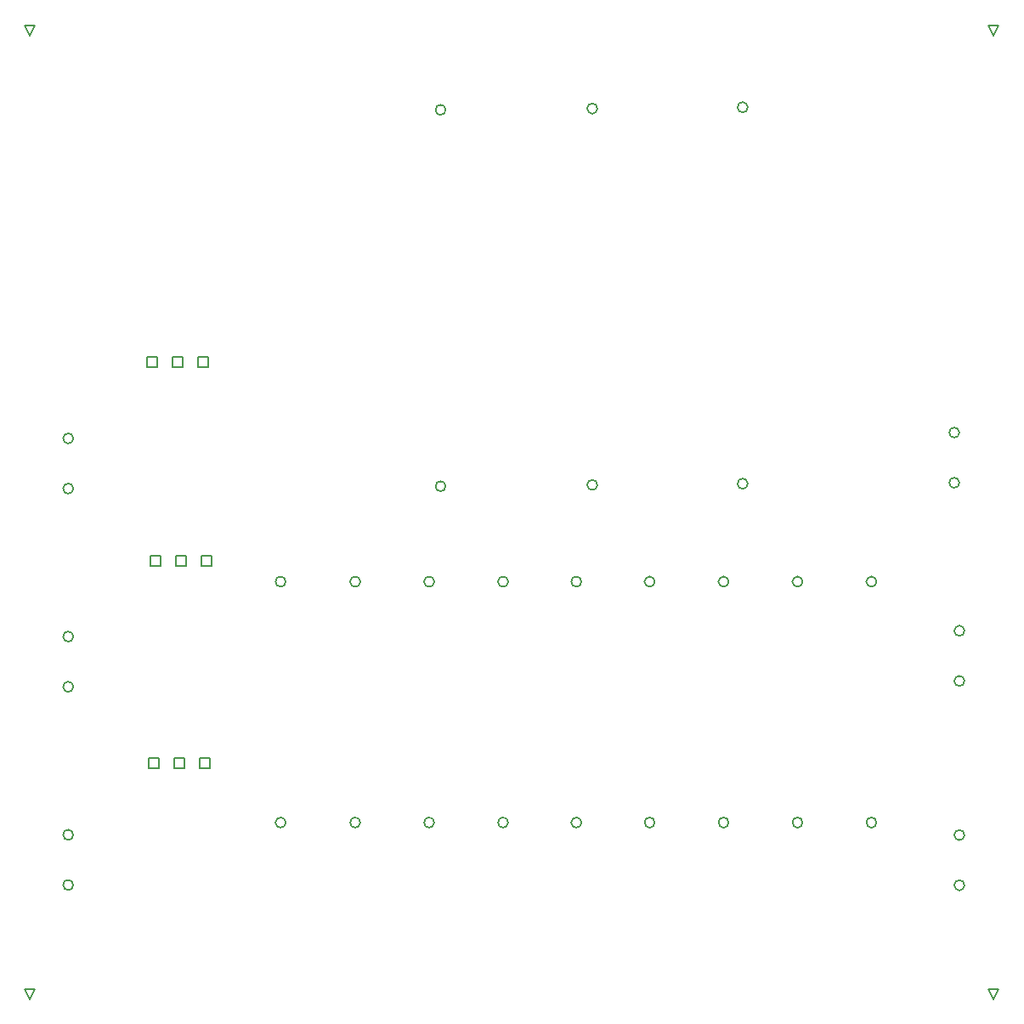
<source format=gbr>
G04 Layer_Color=2752767*
%FSLAX26Y26*%
%MOIN*%
%TF.FileFunction,Drawing*%
%TF.Part,Single*%
G01*
G75*
%TA.AperFunction,NonConductor*%
%ADD31C,0.005000*%
%ADD45C,0.006667*%
D31*
X671575Y-2100000D02*
Y-2060000D01*
X711575D01*
Y-2100000D01*
X671575D01*
X571575D02*
Y-2060000D01*
X611575D01*
Y-2100000D01*
X571575D01*
X471575D02*
Y-2060000D01*
X511575D01*
Y-2100000D01*
X471575D01*
X660000Y-1320000D02*
Y-1280000D01*
X700000D01*
Y-1320000D01*
X660000D01*
X560000D02*
Y-1280000D01*
X600000D01*
Y-1320000D01*
X560000D01*
X460000D02*
Y-1280000D01*
X500000D01*
Y-1320000D01*
X460000D01*
X665000Y-2895000D02*
Y-2855000D01*
X705000D01*
Y-2895000D01*
X665000D01*
X565000D02*
Y-2855000D01*
X605000D01*
Y-2895000D01*
X565000D01*
X465000D02*
Y-2855000D01*
X505000D01*
Y-2895000D01*
X465000D01*
X0Y-3799528D02*
X-20000Y-3759528D01*
X20000D01*
X0Y-3799528D01*
Y-20000D02*
X-20000Y20000D01*
X20000D01*
X0Y-20000D01*
X3779528Y-3799528D02*
X3759528Y-3759528D01*
X3799528D01*
X3779528Y-3799528D01*
X3779527Y-20000D02*
X3759527Y20000D01*
X3799527D01*
X3779527Y-20000D01*
D45*
X3645000Y-1577678D02*
G03*
X3645000Y-1577678I-20000J0D01*
G01*
Y-1774528D02*
G03*
X3645000Y-1774528I-20000J0D01*
G01*
X3665000Y-2355178D02*
G03*
X3665000Y-2355178I-20000J0D01*
G01*
Y-2552028D02*
G03*
X3665000Y-2552028I-20000J0D01*
G01*
Y-3156575D02*
G03*
X3665000Y-3156575I-20000J0D01*
G01*
Y-3353425D02*
G03*
X3665000Y-3353425I-20000J0D01*
G01*
X1002598Y-3107441D02*
G03*
X1002598Y-3107441I-20000J0D01*
G01*
Y-2162559D02*
G03*
X1002598Y-2162559I-20000J0D01*
G01*
X1295000Y-3107441D02*
G03*
X1295000Y-3107441I-20000J0D01*
G01*
Y-2162559D02*
G03*
X1295000Y-2162559I-20000J0D01*
G01*
X1585000Y-3107441D02*
G03*
X1585000Y-3107441I-20000J0D01*
G01*
Y-2162559D02*
G03*
X1585000Y-2162559I-20000J0D01*
G01*
X1630000Y-1788189D02*
G03*
X1630000Y-1788189I-20000J0D01*
G01*
Y-311811D02*
G03*
X1630000Y-311811I-20000J0D01*
G01*
X1875000Y-3107441D02*
G03*
X1875000Y-3107441I-20000J0D01*
G01*
Y-2162559D02*
G03*
X1875000Y-2162559I-20000J0D01*
G01*
X2162599Y-3107441D02*
G03*
X2162599Y-3107441I-20000J0D01*
G01*
Y-2162559D02*
G03*
X2162599Y-2162559I-20000J0D01*
G01*
X2450000Y-3107441D02*
G03*
X2450000Y-3107441I-20000J0D01*
G01*
Y-2162559D02*
G03*
X2450000Y-2162559I-20000J0D01*
G01*
X2225000Y-1783189D02*
G03*
X2225000Y-1783189I-20000J0D01*
G01*
Y-306811D02*
G03*
X2225000Y-306811I-20000J0D01*
G01*
X2740000Y-3107441D02*
G03*
X2740000Y-3107441I-20000J0D01*
G01*
Y-2162559D02*
G03*
X2740000Y-2162559I-20000J0D01*
G01*
X3030000Y-3107441D02*
G03*
X3030000Y-3107441I-20000J0D01*
G01*
Y-2162559D02*
G03*
X3030000Y-2162559I-20000J0D01*
G01*
X3320000Y-3107441D02*
G03*
X3320000Y-3107441I-20000J0D01*
G01*
Y-2162559D02*
G03*
X3320000Y-2162559I-20000J0D01*
G01*
X2815000Y-1778189D02*
G03*
X2815000Y-1778189I-20000J0D01*
G01*
Y-301811D02*
G03*
X2815000Y-301811I-20000J0D01*
G01*
X169449Y-1797402D02*
G03*
X169449Y-1797402I-20000J0D01*
G01*
Y-1600551D02*
G03*
X169449Y-1600551I-20000J0D01*
G01*
Y-2574902D02*
G03*
X169449Y-2574902I-20000J0D01*
G01*
Y-2378051D02*
G03*
X169449Y-2378051I-20000J0D01*
G01*
Y-3352402D02*
G03*
X169449Y-3352402I-20000J0D01*
G01*
Y-3155551D02*
G03*
X169449Y-3155551I-20000J0D01*
G01*
%TF.MD5,f2f5e14ac977b1725c269e0a6a07b34c*%
M02*

</source>
